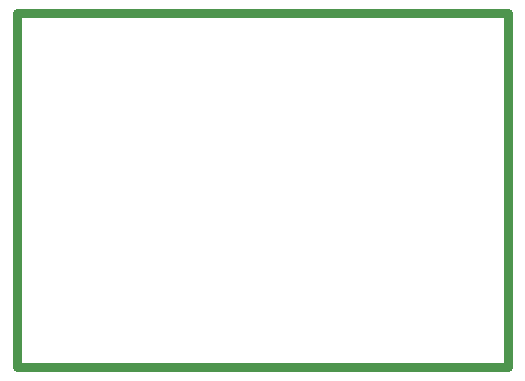
<source format=gbr>
%TF.GenerationSoftware,Altium Limited,Altium Designer,24.0.1 (36)*%
G04 Layer_Color=16711935*
%FSLAX45Y45*%
%MOMM*%
%TF.SameCoordinates,EA0AF7FB-948C-45CD-8237-9CE77542C851*%
%TF.FilePolarity,Positive*%
%TF.FileFunction,Keep-out,Top*%
%TF.Part,Single*%
G01*
G75*
%TA.AperFunction,NonConductor*%
%ADD62C,0.75000*%
D62*
X4158000Y2250000D02*
Y3000000D01*
X0D02*
X4158000D01*
Y750000D02*
Y2250000D01*
Y0D02*
Y750000D01*
X0Y0D02*
Y3000000D01*
Y0D02*
X4160000D01*
%TF.MD5,b4ef22ecbafc796e5d494f5af2e94a2d*%
M02*

</source>
